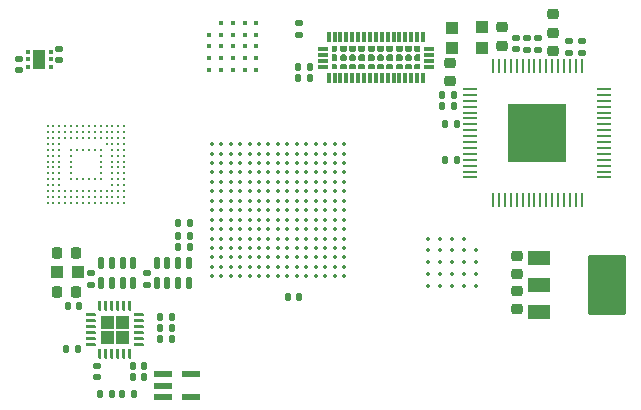
<source format=gtp>
%TF.GenerationSoftware,KiCad,Pcbnew,9.0.6-9.0.6~ubuntu24.04.1*%
%TF.CreationDate,2025-11-23T23:40:51+01:00*%
%TF.ProjectId,BB3plus CM5 STM32H7 module,42423370-6c75-4732-9043-4d352053544d,r1B1*%
%TF.SameCoordinates,Original*%
%TF.FileFunction,Paste,Top*%
%TF.FilePolarity,Positive*%
%FSLAX46Y46*%
G04 Gerber Fmt 4.6, Leading zero omitted, Abs format (unit mm)*
G04 Created by KiCad (PCBNEW 9.0.6-9.0.6~ubuntu24.04.1) date 2025-11-23 23:40:51*
%MOMM*%
%LPD*%
G01*
G04 APERTURE LIST*
G04 Aperture macros list*
%AMRoundRect*
0 Rectangle with rounded corners*
0 $1 Rounding radius*
0 $2 $3 $4 $5 $6 $7 $8 $9 X,Y pos of 4 corners*
0 Add a 4 corners polygon primitive as box body*
4,1,4,$2,$3,$4,$5,$6,$7,$8,$9,$2,$3,0*
0 Add four circle primitives for the rounded corners*
1,1,$1+$1,$2,$3*
1,1,$1+$1,$4,$5*
1,1,$1+$1,$6,$7*
1,1,$1+$1,$8,$9*
0 Add four rect primitives between the rounded corners*
20,1,$1+$1,$2,$3,$4,$5,0*
20,1,$1+$1,$4,$5,$6,$7,0*
20,1,$1+$1,$6,$7,$8,$9,0*
20,1,$1+$1,$8,$9,$2,$3,0*%
G04 Aperture macros list end*
%ADD10C,0.000000*%
%ADD11RoundRect,0.135000X0.135000X0.185000X-0.135000X0.185000X-0.135000X-0.185000X0.135000X-0.185000X0*%
%ADD12RoundRect,0.225000X-0.225000X-0.250000X0.225000X-0.250000X0.225000X0.250000X-0.225000X0.250000X0*%
%ADD13RoundRect,0.050800X0.499200X-0.449200X0.499200X0.449200X-0.499200X0.449200X-0.499200X-0.449200X0*%
%ADD14RoundRect,0.140000X-0.140000X-0.170000X0.140000X-0.170000X0.140000X0.170000X-0.140000X0.170000X0*%
%ADD15RoundRect,0.135000X-0.185000X0.135000X-0.185000X-0.135000X0.185000X-0.135000X0.185000X0.135000X0*%
%ADD16RoundRect,0.140000X0.170000X-0.140000X0.170000X0.140000X-0.170000X0.140000X-0.170000X-0.140000X0*%
%ADD17RoundRect,0.140000X0.140000X0.170000X-0.140000X0.170000X-0.140000X-0.170000X0.140000X-0.170000X0*%
%ADD18C,0.355600*%
%ADD19RoundRect,0.225000X0.250000X-0.225000X0.250000X0.225000X-0.250000X0.225000X-0.250000X-0.225000X0*%
%ADD20R,0.228600X1.143000*%
%ADD21R,1.143000X0.228600*%
%ADD22R,5.000000X5.000000*%
%ADD23RoundRect,0.225000X-0.250000X0.225000X-0.250000X-0.225000X0.250000X-0.225000X0.250000X0.225000X0*%
%ADD24C,0.370000*%
%ADD25R,0.300000X0.850000*%
%ADD26R,0.850000X0.300000*%
%ADD27RoundRect,0.135000X0.185000X-0.135000X0.185000X0.135000X-0.185000X0.135000X-0.185000X-0.135000X0*%
%ADD28C,0.228600*%
%ADD29RoundRect,0.225000X0.225000X0.250000X-0.225000X0.250000X-0.225000X-0.250000X0.225000X-0.250000X0*%
%ADD30RoundRect,0.050800X-0.901700X-0.520700X0.901700X-0.520700X0.901700X0.520700X-0.901700X0.520700X0*%
%ADD31RoundRect,0.050800X-1.536700X-2.489200X1.536700X-2.489200X1.536700X2.489200X-1.536700X2.489200X0*%
%ADD32RoundRect,0.140000X-0.170000X0.140000X-0.170000X-0.140000X0.170000X-0.140000X0.170000X0.140000X0*%
%ADD33RoundRect,0.135000X-0.135000X-0.185000X0.135000X-0.185000X0.135000X0.185000X-0.135000X0.185000X0*%
%ADD34R,0.449999X0.299999*%
%ADD35R,1.000000X1.599999*%
%ADD36RoundRect,0.050800X0.199200X0.449200X-0.199200X0.449200X-0.199200X-0.449200X0.199200X-0.449200X0*%
%ADD37RoundRect,0.050800X-0.685800X-0.228600X0.685800X-0.228600X0.685800X0.228600X-0.685800X0.228600X0*%
%ADD38RoundRect,0.050800X-0.449200X-0.499200X0.449200X-0.499200X0.449200X0.499200X-0.449200X0.499200X0*%
%ADD39RoundRect,0.050800X-0.076200X-0.381000X0.076200X-0.381000X0.076200X0.381000X-0.076200X0.381000X0*%
%ADD40RoundRect,0.050800X-0.381000X0.076200X-0.381000X-0.076200X0.381000X-0.076200X0.381000X0.076200X0*%
G04 APERTURE END LIST*
D10*
%TO.C,IC9*%
G36*
X124160400Y-81144879D02*
G01*
X124018979Y-81286300D01*
X123709930Y-81286300D01*
X123709930Y-80829930D01*
X124160400Y-80829930D01*
X124160400Y-81144879D01*
G37*
G36*
X124160400Y-82415121D02*
G01*
X124160400Y-82730070D01*
X123709930Y-82730070D01*
X123709930Y-82273700D01*
X124018979Y-82273700D01*
X124160400Y-82415121D01*
G37*
G36*
X131110070Y-81286300D02*
G01*
X130801021Y-81286300D01*
X130659600Y-81144879D01*
X130659600Y-80829930D01*
X131110070Y-80829930D01*
X131110070Y-81286300D01*
G37*
G36*
X131110070Y-82730070D02*
G01*
X130659600Y-82730070D01*
X130659600Y-82415121D01*
X130801021Y-82273700D01*
X131110070Y-82273700D01*
X131110070Y-82730070D01*
G37*
G36*
X124160400Y-81627721D02*
G01*
X124160400Y-81932279D01*
X124018979Y-82073700D01*
X123709930Y-82073700D01*
X123709930Y-81486300D01*
X124018979Y-81486300D01*
X124160400Y-81627721D01*
G37*
G36*
X124947800Y-81144879D02*
G01*
X124806379Y-81286300D01*
X124501821Y-81286300D01*
X124360400Y-81144879D01*
X124360400Y-80829930D01*
X124947800Y-80829930D01*
X124947800Y-81144879D01*
G37*
G36*
X124947800Y-82415121D02*
G01*
X124947800Y-82730070D01*
X124360400Y-82730070D01*
X124360400Y-82415121D01*
X124501821Y-82273700D01*
X124806379Y-82273700D01*
X124947800Y-82415121D01*
G37*
G36*
X125735200Y-81144879D02*
G01*
X125593779Y-81286300D01*
X125289221Y-81286300D01*
X125147800Y-81144879D01*
X125147800Y-80829930D01*
X125735200Y-80829930D01*
X125735200Y-81144879D01*
G37*
G36*
X125735200Y-82415121D02*
G01*
X125735200Y-82730070D01*
X125147800Y-82730070D01*
X125147800Y-82415121D01*
X125289221Y-82273700D01*
X125593779Y-82273700D01*
X125735200Y-82415121D01*
G37*
G36*
X126522600Y-81144879D02*
G01*
X126381179Y-81286300D01*
X126076621Y-81286300D01*
X125935200Y-81144879D01*
X125935200Y-80829930D01*
X126522600Y-80829930D01*
X126522600Y-81144879D01*
G37*
G36*
X126522600Y-82415121D02*
G01*
X126522600Y-82730070D01*
X125935200Y-82730070D01*
X125935200Y-82415121D01*
X126076621Y-82273700D01*
X126381179Y-82273700D01*
X126522600Y-82415121D01*
G37*
G36*
X127310000Y-81144879D02*
G01*
X127168579Y-81286300D01*
X126864021Y-81286300D01*
X126722600Y-81144879D01*
X126722600Y-80829930D01*
X127310000Y-80829930D01*
X127310000Y-81144879D01*
G37*
G36*
X127310000Y-82415121D02*
G01*
X127310000Y-82730070D01*
X126722600Y-82730070D01*
X126722600Y-82415121D01*
X126864021Y-82273700D01*
X127168579Y-82273700D01*
X127310000Y-82415121D01*
G37*
G36*
X128097400Y-81144879D02*
G01*
X127955979Y-81286300D01*
X127651421Y-81286300D01*
X127510000Y-81144879D01*
X127510000Y-80829930D01*
X128097400Y-80829930D01*
X128097400Y-81144879D01*
G37*
G36*
X128097400Y-82415121D02*
G01*
X128097400Y-82730070D01*
X127510000Y-82730070D01*
X127510000Y-82415121D01*
X127651421Y-82273700D01*
X127955979Y-82273700D01*
X128097400Y-82415121D01*
G37*
G36*
X128884800Y-81144879D02*
G01*
X128743379Y-81286300D01*
X128438821Y-81286300D01*
X128297400Y-81144879D01*
X128297400Y-80829930D01*
X128884800Y-80829930D01*
X128884800Y-81144879D01*
G37*
G36*
X128884800Y-82415121D02*
G01*
X128884800Y-82730070D01*
X128297400Y-82730070D01*
X128297400Y-82415121D01*
X128438821Y-82273700D01*
X128743379Y-82273700D01*
X128884800Y-82415121D01*
G37*
G36*
X129672200Y-81144879D02*
G01*
X129530779Y-81286300D01*
X129226221Y-81286300D01*
X129084800Y-81144879D01*
X129084800Y-80829930D01*
X129672200Y-80829930D01*
X129672200Y-81144879D01*
G37*
G36*
X129672200Y-82415121D02*
G01*
X129672200Y-82730070D01*
X129084800Y-82730070D01*
X129084800Y-82415121D01*
X129226221Y-82273700D01*
X129530779Y-82273700D01*
X129672200Y-82415121D01*
G37*
G36*
X130459600Y-81144879D02*
G01*
X130318179Y-81286300D01*
X130013621Y-81286300D01*
X129872200Y-81144879D01*
X129872200Y-80829930D01*
X130459600Y-80829930D01*
X130459600Y-81144879D01*
G37*
G36*
X130459600Y-82415121D02*
G01*
X130459600Y-82730070D01*
X129872200Y-82730070D01*
X129872200Y-82415121D01*
X130013621Y-82273700D01*
X130318179Y-82273700D01*
X130459600Y-82415121D01*
G37*
G36*
X131110070Y-82073700D02*
G01*
X130801021Y-82073700D01*
X130659600Y-81932279D01*
X130659600Y-81627721D01*
X130801021Y-81486300D01*
X131110070Y-81486300D01*
X131110070Y-82073700D01*
G37*
G36*
X124947800Y-81627721D02*
G01*
X124947800Y-81932279D01*
X124806379Y-82073700D01*
X124501821Y-82073700D01*
X124360400Y-81932279D01*
X124360400Y-81627721D01*
X124501821Y-81486300D01*
X124806379Y-81486300D01*
X124947800Y-81627721D01*
G37*
G36*
X125735200Y-81627721D02*
G01*
X125735200Y-81932279D01*
X125593779Y-82073700D01*
X125289221Y-82073700D01*
X125147800Y-81932279D01*
X125147800Y-81627721D01*
X125289221Y-81486300D01*
X125593779Y-81486300D01*
X125735200Y-81627721D01*
G37*
G36*
X126522600Y-81627721D02*
G01*
X126522600Y-81932279D01*
X126381179Y-82073700D01*
X126076621Y-82073700D01*
X125935200Y-81932279D01*
X125935200Y-81627721D01*
X126076621Y-81486300D01*
X126381179Y-81486300D01*
X126522600Y-81627721D01*
G37*
G36*
X127310000Y-81627721D02*
G01*
X127310000Y-81932279D01*
X127168579Y-82073700D01*
X126864021Y-82073700D01*
X126722600Y-81932279D01*
X126722600Y-81627721D01*
X126864021Y-81486300D01*
X127168579Y-81486300D01*
X127310000Y-81627721D01*
G37*
G36*
X128097400Y-81627721D02*
G01*
X128097400Y-81932279D01*
X127955979Y-82073700D01*
X127651421Y-82073700D01*
X127510000Y-81932279D01*
X127510000Y-81627721D01*
X127651421Y-81486300D01*
X127955979Y-81486300D01*
X128097400Y-81627721D01*
G37*
G36*
X128884800Y-81627721D02*
G01*
X128884800Y-81932279D01*
X128743379Y-82073700D01*
X128438821Y-82073700D01*
X128297400Y-81932279D01*
X128297400Y-81627721D01*
X128438821Y-81486300D01*
X128743379Y-81486300D01*
X128884800Y-81627721D01*
G37*
G36*
X129672200Y-81627721D02*
G01*
X129672200Y-81932279D01*
X129530779Y-82073700D01*
X129226221Y-82073700D01*
X129084800Y-81932279D01*
X129084800Y-81627721D01*
X129226221Y-81486300D01*
X129530779Y-81486300D01*
X129672200Y-81627721D01*
G37*
G36*
X130459600Y-81627721D02*
G01*
X130459600Y-81932279D01*
X130318179Y-82073700D01*
X130013621Y-82073700D01*
X129872200Y-81932279D01*
X129872200Y-81627721D01*
X130013621Y-81486300D01*
X130318179Y-81486300D01*
X130459600Y-81627721D01*
G37*
%TO.C,IC4*%
G36*
X99355559Y-81120940D02*
G01*
X99364752Y-81123729D01*
X99373223Y-81128258D01*
X99380647Y-81134352D01*
X99386740Y-81141776D01*
X99391269Y-81150247D01*
X99394058Y-81159439D01*
X99395001Y-81169000D01*
X99395001Y-81771000D01*
X99394058Y-81780561D01*
X99391269Y-81789753D01*
X99386740Y-81798224D01*
X99380647Y-81805648D01*
X99373223Y-81811742D01*
X99364752Y-81816270D01*
X99355559Y-81819059D01*
X99345999Y-81820002D01*
X98443999Y-81820002D01*
X98434439Y-81819059D01*
X98425246Y-81816270D01*
X98416775Y-81811742D01*
X98409351Y-81805648D01*
X98403258Y-81798224D01*
X98398729Y-81789753D01*
X98395940Y-81780561D01*
X98394997Y-81771000D01*
X98394997Y-81169000D01*
X98395940Y-81159439D01*
X98398729Y-81150247D01*
X98403258Y-81141776D01*
X98409351Y-81134352D01*
X98416775Y-81128258D01*
X98425246Y-81123729D01*
X98434439Y-81120940D01*
X98443999Y-81120001D01*
X99345999Y-81120001D01*
X99355559Y-81120940D01*
G37*
G36*
X99355559Y-82020939D02*
G01*
X99364752Y-82023728D01*
X99373223Y-82028256D01*
X99380647Y-82034350D01*
X99386740Y-82041774D01*
X99391269Y-82050245D01*
X99394058Y-82059437D01*
X99395001Y-82068998D01*
X99395001Y-82670998D01*
X99394058Y-82680559D01*
X99391269Y-82689751D01*
X99386740Y-82698222D01*
X99380647Y-82705646D01*
X99373223Y-82711740D01*
X99364752Y-82716269D01*
X99355559Y-82719058D01*
X99345999Y-82719997D01*
X98443999Y-82719997D01*
X98434439Y-82719058D01*
X98425246Y-82716269D01*
X98416775Y-82711740D01*
X98409351Y-82705646D01*
X98403258Y-82698222D01*
X98398729Y-82689751D01*
X98395940Y-82680559D01*
X98394997Y-82670998D01*
X98394997Y-82068998D01*
X98395940Y-82059437D01*
X98398729Y-82050245D01*
X98403258Y-82041774D01*
X98409351Y-82034350D01*
X98416775Y-82028256D01*
X98425246Y-82023728D01*
X98434439Y-82020939D01*
X98443999Y-82019996D01*
X99345999Y-82019996D01*
X99355559Y-82020939D01*
G37*
%TO.C,IC6*%
G36*
X105242700Y-104752700D02*
G01*
X104121900Y-104752700D01*
X104121900Y-103631900D01*
X105242700Y-103631900D01*
X105242700Y-104752700D01*
G37*
G36*
X105242700Y-106048100D02*
G01*
X104121900Y-106048100D01*
X104121900Y-104927300D01*
X105242700Y-104927300D01*
X105242700Y-106048100D01*
G37*
G36*
X106538100Y-104752700D02*
G01*
X105417300Y-104752700D01*
X105417300Y-103631900D01*
X106538100Y-103631900D01*
X106538100Y-104752700D01*
G37*
G36*
X106538100Y-106048100D02*
G01*
X105417300Y-106048100D01*
X105417300Y-104927300D01*
X106538100Y-104927300D01*
X106538100Y-106048100D01*
G37*
%TD*%
D11*
%TO.C,R2*%
X111700000Y-96890000D03*
X110680000Y-96890000D03*
%TD*%
D12*
%TO.C,C55*%
X100445000Y-98320000D03*
X101995000Y-98320000D03*
%TD*%
D13*
%TO.C,FB4*%
X133840000Y-80930000D03*
X133840000Y-79230000D03*
%TD*%
D11*
%TO.C,R19*%
X134000000Y-85850000D03*
X132980000Y-85850000D03*
%TD*%
D14*
%TO.C,C7*%
X119940000Y-102020000D03*
X120900000Y-102020000D03*
%TD*%
D15*
%TO.C,R4*%
X108010000Y-100000000D03*
X108010000Y-101020000D03*
%TD*%
D16*
%TO.C,C6*%
X100600000Y-82000000D03*
X100600000Y-81040000D03*
%TD*%
D17*
%TO.C,C63*%
X134265300Y-87416801D03*
X133305300Y-87416801D03*
%TD*%
D18*
%TO.C,IC7*%
X135849994Y-98095000D03*
X135849994Y-99095000D03*
X135849994Y-100095000D03*
X135849994Y-101095000D03*
X134849996Y-97095000D03*
X134849996Y-98095000D03*
X134849996Y-99095000D03*
X134849996Y-100095000D03*
X134849996Y-101095000D03*
X133849998Y-97095000D03*
X133849998Y-98095000D03*
X133849998Y-99095000D03*
X133849998Y-100095000D03*
X133849998Y-101095000D03*
X132850000Y-97095000D03*
X132850000Y-98095000D03*
X132850000Y-99095000D03*
X132850000Y-100095000D03*
X132850000Y-101095000D03*
X131850002Y-97095000D03*
X131850002Y-98095000D03*
X131850002Y-99095000D03*
X131850002Y-100095000D03*
X131850002Y-101095000D03*
%TD*%
D19*
%TO.C,C1*%
X139340000Y-100110000D03*
X139340000Y-98560000D03*
%TD*%
D20*
%TO.C,IC8*%
X144840000Y-82493100D03*
X144340001Y-82493100D03*
X143840000Y-82493100D03*
X143340001Y-82493100D03*
X142839999Y-82493100D03*
X142340000Y-82493100D03*
X141840001Y-82493100D03*
X141340000Y-82493100D03*
X140840000Y-82493100D03*
X140339999Y-82493100D03*
X139840000Y-82493100D03*
X139340001Y-82493100D03*
X138839999Y-82493100D03*
X138340000Y-82493100D03*
X137839999Y-82493100D03*
X137340000Y-82493100D03*
D21*
X135413100Y-84420000D03*
X135413100Y-84919999D03*
X135413100Y-85420000D03*
X135413100Y-85919999D03*
X135413100Y-86420001D03*
X135413100Y-86920000D03*
X135413100Y-87419999D03*
X135413100Y-87920000D03*
X135413100Y-88420000D03*
X135413100Y-88920001D03*
X135413100Y-89420000D03*
X135413100Y-89919999D03*
X135413100Y-90420001D03*
X135413100Y-90920000D03*
X135413100Y-91420001D03*
X135413100Y-91920000D03*
D20*
X137340000Y-93846900D03*
X137839999Y-93846900D03*
X138340000Y-93846900D03*
X138839999Y-93846900D03*
X139340001Y-93846900D03*
X139840000Y-93846900D03*
X140339999Y-93846900D03*
X140840000Y-93846900D03*
X141340000Y-93846900D03*
X141840001Y-93846900D03*
X142340000Y-93846900D03*
X142839999Y-93846900D03*
X143340001Y-93846900D03*
X143840000Y-93846900D03*
X144340001Y-93846900D03*
X144840000Y-93846900D03*
D21*
X146766900Y-91920000D03*
X146766900Y-91420001D03*
X146766900Y-90920000D03*
X146766900Y-90420001D03*
X146766900Y-89919999D03*
X146766900Y-89420000D03*
X146766900Y-88920001D03*
X146766900Y-88420000D03*
X146766900Y-87920000D03*
X146766900Y-87419999D03*
X146766900Y-86920000D03*
X146766900Y-86420001D03*
X146766900Y-85919999D03*
X146766900Y-85420000D03*
X146766900Y-84919999D03*
X146766900Y-84420000D03*
D22*
X141090000Y-88170000D03*
%TD*%
D16*
%TO.C,C61*%
X144845300Y-81346801D03*
X144845300Y-80386801D03*
%TD*%
D23*
%TO.C,C2*%
X139347076Y-101520000D03*
X139347076Y-103070000D03*
%TD*%
D13*
%TO.C,FB3*%
X136420000Y-80920000D03*
X136420000Y-79220000D03*
%TD*%
D24*
%TO.C,IC10*%
X114300000Y-78830000D03*
X115300000Y-78830000D03*
X116300000Y-78830000D03*
X117300000Y-78830000D03*
X113300000Y-79830000D03*
X114300000Y-79830000D03*
X115300000Y-79830000D03*
X116300000Y-79830000D03*
X117300000Y-79830000D03*
X113300000Y-80830000D03*
X114300000Y-80830000D03*
X115300000Y-80830000D03*
X116300000Y-80830000D03*
X117300000Y-80830000D03*
X113300000Y-81830000D03*
X114300000Y-81830000D03*
X115300000Y-81830000D03*
X116300000Y-81830000D03*
X117300000Y-81830000D03*
X113300000Y-82830000D03*
X114300000Y-82830000D03*
X115300000Y-82830000D03*
X116300000Y-82830000D03*
X117300000Y-82830000D03*
%TD*%
D25*
%TO.C,IC9*%
X123410000Y-83505000D03*
X123909999Y-83505000D03*
X124410001Y-83505000D03*
X124910000Y-83505000D03*
X125409999Y-83505000D03*
X125910000Y-83505000D03*
X126409999Y-83505000D03*
X126910001Y-83505000D03*
X127410000Y-83505000D03*
X127909999Y-83505000D03*
X128410001Y-83505000D03*
X128910000Y-83505000D03*
X129410001Y-83505000D03*
X129910000Y-83505000D03*
X130409999Y-83505000D03*
X130910001Y-83505000D03*
X131410000Y-83505000D03*
D26*
X131885000Y-82530189D03*
X131885000Y-82030063D03*
X131885000Y-81529937D03*
X131885000Y-81029811D03*
D25*
X131410000Y-80055000D03*
X130910001Y-80055000D03*
X130409999Y-80055000D03*
X129910000Y-80055000D03*
X129410001Y-80055000D03*
X128910000Y-80055000D03*
X128410001Y-80055000D03*
X127909999Y-80055000D03*
X127410000Y-80055000D03*
X126910001Y-80055000D03*
X126409999Y-80055000D03*
X125910000Y-80055000D03*
X125409999Y-80055000D03*
X124910000Y-80055000D03*
X124410001Y-80055000D03*
X123909999Y-80055000D03*
X123410000Y-80055000D03*
D26*
X122935000Y-81029811D03*
X122935000Y-81529937D03*
X122935000Y-82030063D03*
X122935000Y-82530189D03*
%TD*%
D15*
%TO.C,R8*%
X103320700Y-100000000D03*
X103320700Y-101020000D03*
%TD*%
D17*
%TO.C,C71*%
X121820000Y-82580000D03*
X120860000Y-82580000D03*
%TD*%
%TO.C,C51*%
X107810700Y-108830000D03*
X106850700Y-108830000D03*
%TD*%
D27*
%TO.C,R20*%
X141120000Y-81090000D03*
X141120000Y-80070000D03*
%TD*%
D28*
%TO.C,IC5*%
X106110819Y-87569181D03*
X105610693Y-87569181D03*
X105110567Y-87569181D03*
X104610441Y-87569181D03*
X104110315Y-87569181D03*
X103610189Y-87569181D03*
X103110063Y-87569181D03*
X102609937Y-87569181D03*
X102109811Y-87569181D03*
X101609685Y-87569181D03*
X101109559Y-87569181D03*
X100609433Y-87569181D03*
X100109307Y-87569181D03*
X99609181Y-87569181D03*
X106110819Y-88069307D03*
X104610441Y-88069307D03*
X104110315Y-88069307D03*
X103610189Y-88069307D03*
X103110063Y-88069307D03*
X102609937Y-88069307D03*
X102109811Y-88069307D03*
X101609685Y-88069307D03*
X101109559Y-88069307D03*
X100609433Y-88069307D03*
X99609181Y-88069307D03*
X105110567Y-88569433D03*
X104610441Y-88569433D03*
X104110315Y-88569433D03*
X103610189Y-88569433D03*
X102609937Y-88569433D03*
X102109811Y-88569433D03*
X101609685Y-88569433D03*
X101109559Y-88569433D03*
X100609433Y-88569433D03*
X100109307Y-88569433D03*
X104610441Y-89069559D03*
X105110567Y-89569685D03*
X100109307Y-90069811D03*
X105610693Y-90569937D03*
X105110567Y-90569937D03*
X100609433Y-90569937D03*
X100109307Y-90569937D03*
X106110819Y-91070063D03*
X105610693Y-91070063D03*
X105110567Y-91070063D03*
X100609433Y-91070063D03*
X100109307Y-91070063D03*
X99609181Y-91070063D03*
X106110819Y-91570189D03*
X105610693Y-91570189D03*
X105110567Y-91570189D03*
X100609433Y-91570189D03*
X100109307Y-91570189D03*
X99609181Y-91570189D03*
X106110819Y-92070315D03*
X105610693Y-92070315D03*
X105110567Y-92070315D03*
X100609433Y-92070315D03*
X100109307Y-92070315D03*
X106110819Y-92570441D03*
X105610693Y-92570441D03*
X105110567Y-92570441D03*
X100609433Y-92570441D03*
X100109307Y-92570441D03*
X99609181Y-92570441D03*
X106110819Y-93070567D03*
X105610693Y-93070567D03*
X105110567Y-93070567D03*
X104610441Y-93070567D03*
X104110315Y-93070567D03*
X103610189Y-93070567D03*
X103110063Y-93070567D03*
X102609937Y-93070567D03*
X102109811Y-93070567D03*
X101609685Y-93070567D03*
X101109559Y-93070567D03*
X100609433Y-93070567D03*
X100109307Y-93070567D03*
X99609181Y-93070567D03*
X106110819Y-93570693D03*
X105610693Y-93570693D03*
X105110567Y-93570693D03*
X104610441Y-93570693D03*
X104110315Y-93570693D03*
X103610189Y-93570693D03*
X103110063Y-93570693D03*
X102609937Y-93570693D03*
X102109811Y-93570693D03*
X101609685Y-93570693D03*
X101109559Y-93570693D03*
X100609433Y-93570693D03*
X100109307Y-93570693D03*
X99609181Y-93570693D03*
X106110819Y-94070819D03*
X105610693Y-94070819D03*
X105110567Y-94070819D03*
X104610441Y-94070819D03*
X104110315Y-94070819D03*
X103610189Y-94070819D03*
X103110063Y-94070819D03*
X102609937Y-94070819D03*
X102109811Y-94070819D03*
X101609685Y-94070819D03*
X101109559Y-94070819D03*
X100609433Y-94070819D03*
X100109307Y-94070819D03*
X99609181Y-94070819D03*
X106110819Y-88569433D03*
X106110819Y-89069559D03*
X106110819Y-89569685D03*
X106110819Y-90069811D03*
X106110819Y-90569937D03*
X105610693Y-88069307D03*
X105610693Y-88569433D03*
X105610693Y-89069559D03*
X105610693Y-89569685D03*
X105610693Y-90069811D03*
X105110567Y-88069307D03*
X105110567Y-89069559D03*
X105110567Y-90069811D03*
X104110315Y-89569685D03*
X104110315Y-90069811D03*
X104110315Y-90569937D03*
X104110315Y-91070063D03*
X104110315Y-91570189D03*
X104110315Y-92070315D03*
X103610189Y-89569685D03*
X103610189Y-92070315D03*
X103110063Y-88569433D03*
X103110063Y-89569685D03*
X103110063Y-92070315D03*
X102609937Y-89569685D03*
X102609937Y-92070315D03*
X102109811Y-89569685D03*
X102109811Y-92070315D03*
X101609685Y-89569685D03*
X101609685Y-90069811D03*
X101609685Y-90569937D03*
X101609685Y-91070063D03*
X101609685Y-91570189D03*
X101609685Y-92070315D03*
X100609433Y-89069559D03*
X100609433Y-89569685D03*
X100609433Y-90069811D03*
X100109307Y-88069307D03*
X100109307Y-89069559D03*
X100109307Y-89569685D03*
X99609181Y-88569433D03*
X99609181Y-89069559D03*
X99609181Y-89569685D03*
X99609181Y-90069811D03*
X99609181Y-90569937D03*
X99609181Y-92070315D03*
%TD*%
D29*
%TO.C,C54*%
X102002000Y-101610000D03*
X100452000Y-101610000D03*
%TD*%
D14*
%TO.C,C50*%
X106850700Y-107910000D03*
X107810700Y-107910000D03*
%TD*%
D30*
%TO.C,IC1*%
X141207076Y-98718600D03*
X141207076Y-101030000D03*
X141207076Y-103341400D03*
D31*
X146972876Y-101030000D03*
%TD*%
D32*
%TO.C,C52*%
X103840000Y-107870000D03*
X103840000Y-108830000D03*
%TD*%
D23*
%TO.C,C68*%
X133690000Y-82215000D03*
X133690000Y-83765000D03*
%TD*%
D33*
%TO.C,R7*%
X109120000Y-105580000D03*
X110140000Y-105580000D03*
%TD*%
D11*
%TO.C,R10*%
X106940000Y-110240000D03*
X105920000Y-110240000D03*
%TD*%
D17*
%TO.C,C62*%
X134000000Y-84926801D03*
X133040000Y-84926801D03*
%TD*%
%TO.C,C53*%
X102290000Y-102810000D03*
X101330000Y-102810000D03*
%TD*%
D34*
%TO.C,IC4*%
X99869998Y-82570000D03*
X99869998Y-81919999D03*
X99869998Y-81270000D03*
X97920000Y-81270000D03*
X97920000Y-81919999D03*
X97920000Y-82570000D03*
D35*
X98894999Y-81919999D03*
%TD*%
D36*
%TO.C,RN2*%
X111550000Y-99130000D03*
X110650000Y-99130000D03*
X109750000Y-99130000D03*
X108850000Y-99130000D03*
X108850000Y-100830000D03*
X109750000Y-100830000D03*
X110650000Y-100830000D03*
X111550000Y-100830000D03*
%TD*%
D17*
%TO.C,C70*%
X121820000Y-83500000D03*
X120860000Y-83500000D03*
%TD*%
D27*
%TO.C,R18*%
X143770000Y-81390000D03*
X143770000Y-80370000D03*
%TD*%
D11*
%TO.C,R1*%
X111700000Y-97840000D03*
X110680000Y-97840000D03*
%TD*%
D16*
%TO.C,C3*%
X97190000Y-82810000D03*
X97190000Y-81850000D03*
%TD*%
D37*
%TO.C,IC2*%
X109380000Y-108600000D03*
X109380000Y-109550000D03*
X109380000Y-110500000D03*
X111767600Y-110500000D03*
X111767600Y-108600000D03*
%TD*%
D15*
%TO.C,R22*%
X120910000Y-78820000D03*
X120910000Y-79840000D03*
%TD*%
D17*
%TO.C,C65*%
X134265300Y-90406801D03*
X133305300Y-90406801D03*
%TD*%
D11*
%TO.C,R9*%
X102160000Y-106440000D03*
X101140000Y-106440000D03*
%TD*%
D33*
%TO.C,R6*%
X109120000Y-104640000D03*
X110140000Y-104640000D03*
%TD*%
D38*
%TO.C,FB2*%
X100453000Y-99960000D03*
X102153000Y-99960000D03*
%TD*%
D19*
%TO.C,JP1*%
X142410000Y-79670000D03*
X142410000Y-78120000D03*
X142410000Y-81220000D03*
%TD*%
D39*
%TO.C,IC6*%
X104080000Y-106859300D03*
X104580000Y-106859300D03*
X105080000Y-106859300D03*
X105580000Y-106859300D03*
X106080000Y-106859300D03*
X106580000Y-106859300D03*
D40*
X107349300Y-106090000D03*
X107349300Y-105590000D03*
X107349300Y-105090000D03*
X107349300Y-104590000D03*
X107349300Y-104090000D03*
X107349300Y-103590000D03*
D39*
X106580000Y-102820700D03*
X106080000Y-102820700D03*
X105580000Y-102820700D03*
X105080000Y-102820700D03*
X104580000Y-102820700D03*
X104080000Y-102820700D03*
D40*
X103310700Y-103590000D03*
X103310700Y-104090000D03*
X103310700Y-104590000D03*
X103310700Y-105090000D03*
X103310700Y-105590000D03*
X103310700Y-106090000D03*
%TD*%
D15*
%TO.C,R17*%
X140184700Y-80070000D03*
X140184700Y-81090000D03*
%TD*%
D19*
%TO.C,C67*%
X138070000Y-80765000D03*
X138070000Y-79215000D03*
%TD*%
D11*
%TO.C,R11*%
X105080000Y-110240000D03*
X104060000Y-110240000D03*
%TD*%
%TO.C,R3*%
X111710000Y-95760000D03*
X110690000Y-95760000D03*
%TD*%
%TO.C,R5*%
X110140000Y-103700000D03*
X109120000Y-103700000D03*
%TD*%
D36*
%TO.C,RN1*%
X106860000Y-99130000D03*
X105960000Y-99130000D03*
X105060000Y-99130000D03*
X104160000Y-99130000D03*
X104160000Y-100830000D03*
X105060000Y-100830000D03*
X105960000Y-100830000D03*
X106860000Y-100830000D03*
%TD*%
D16*
%TO.C,C64*%
X139260000Y-81040000D03*
X139260000Y-80080000D03*
%TD*%
D18*
%TO.C,IC3*%
X113520003Y-100293012D03*
X113520003Y-99493012D03*
X113520003Y-98693013D03*
X113520003Y-97893013D03*
X113520003Y-97093013D03*
X113520003Y-96293013D03*
X113520003Y-95493013D03*
X113520003Y-94693013D03*
X113520003Y-93893013D03*
X113520003Y-93093013D03*
X113520003Y-92293013D03*
X113520003Y-91493013D03*
X113520003Y-90693013D03*
X113520003Y-89893014D03*
X113520003Y-89093014D03*
X114320003Y-100293012D03*
X114320003Y-99493012D03*
X114320003Y-98693013D03*
X114320003Y-97893013D03*
X114320003Y-97093013D03*
X114320003Y-96293013D03*
X114320003Y-95493013D03*
X114320003Y-94693013D03*
X114320003Y-93893013D03*
X114320003Y-93093013D03*
X114320003Y-92293013D03*
X114320003Y-91493013D03*
X114320003Y-90693013D03*
X114320003Y-89893014D03*
X114320003Y-89093014D03*
X115120002Y-100293012D03*
X115120002Y-99493012D03*
X115120002Y-98693013D03*
X115120002Y-97893013D03*
X115120002Y-97093013D03*
X115120002Y-96293013D03*
X115120002Y-95493013D03*
X115120002Y-94693013D03*
X115120002Y-93893013D03*
X115120002Y-93093013D03*
X115120002Y-92293013D03*
X115120002Y-91493013D03*
X115120002Y-90693013D03*
X115120002Y-89893014D03*
X115120002Y-89093014D03*
X115920002Y-100293012D03*
X115920002Y-99493012D03*
X115920002Y-98693013D03*
X115920002Y-97893013D03*
X115920002Y-97093013D03*
X115920002Y-96293013D03*
X115920002Y-95493013D03*
X115920002Y-94693013D03*
X115920002Y-93893013D03*
X115920002Y-93093013D03*
X115920002Y-92293013D03*
X115920002Y-91493013D03*
X115920002Y-90693013D03*
X115920002Y-89893014D03*
X115920002Y-89093014D03*
X116720002Y-100293012D03*
X116720002Y-99493012D03*
X116720002Y-98693013D03*
X116720002Y-97893013D03*
X116720002Y-97093013D03*
X116720002Y-96293013D03*
X116720002Y-95493013D03*
X116720002Y-94693013D03*
X116720002Y-93893013D03*
X116720002Y-93093013D03*
X116720002Y-92293013D03*
X116720002Y-91493013D03*
X116720002Y-90693013D03*
X116720002Y-89893014D03*
X116720002Y-89093014D03*
X117520002Y-100293012D03*
X117520002Y-99493012D03*
X117520002Y-98693013D03*
X117520002Y-97893013D03*
X117520002Y-97093013D03*
X117520002Y-96293013D03*
X117520002Y-95493013D03*
X117520002Y-94693013D03*
X117520002Y-93893013D03*
X117520002Y-93093013D03*
X117520002Y-92293013D03*
X117520002Y-91493013D03*
X117520002Y-90693013D03*
X117520002Y-89893014D03*
X117520002Y-89093014D03*
X118320002Y-100293012D03*
X118320002Y-99493012D03*
X118320002Y-98693013D03*
X118320002Y-97893013D03*
X118320002Y-97093013D03*
X118320002Y-96293013D03*
X118320002Y-95493013D03*
X118320002Y-94693013D03*
X118320002Y-93893013D03*
X118320002Y-93093013D03*
X118320002Y-92293013D03*
X118320002Y-91493013D03*
X118320002Y-90693013D03*
X118320002Y-89893014D03*
X118320002Y-89093014D03*
X119120002Y-100293012D03*
X119120002Y-99493012D03*
X119120002Y-98693013D03*
X119120002Y-97893013D03*
X119120002Y-97093013D03*
X119120002Y-96293013D03*
X119120002Y-95493013D03*
X119120002Y-94693013D03*
X119120002Y-93893013D03*
X119120002Y-93093013D03*
X119120002Y-92293013D03*
X119120002Y-91493013D03*
X119120002Y-90693013D03*
X119120002Y-89893014D03*
X119120002Y-89093014D03*
X119920002Y-100293012D03*
X119920002Y-99493012D03*
X119920002Y-98693013D03*
X119920002Y-97893013D03*
X119920002Y-97093013D03*
X119920002Y-96293013D03*
X119920002Y-95493013D03*
X119920002Y-94693013D03*
X119920002Y-93893013D03*
X119920002Y-93093013D03*
X119920002Y-92293013D03*
X119920002Y-91493013D03*
X119920002Y-90693013D03*
X119920002Y-89893014D03*
X119920002Y-89093014D03*
X120720002Y-100293012D03*
X120720002Y-99493012D03*
X120720002Y-98693013D03*
X120720002Y-97893013D03*
X120720002Y-97093013D03*
X120720002Y-96293013D03*
X120720002Y-95493013D03*
X120720002Y-94693013D03*
X120720002Y-93893013D03*
X120720002Y-93093013D03*
X120720002Y-92293013D03*
X120720002Y-91493013D03*
X120720002Y-90693013D03*
X120720002Y-89893014D03*
X120720002Y-89093014D03*
X121520002Y-100293012D03*
X121520002Y-99493012D03*
X121520002Y-98693013D03*
X121520002Y-97893013D03*
X121520002Y-97093013D03*
X121520002Y-96293013D03*
X121520002Y-95493013D03*
X121520002Y-94693013D03*
X121520002Y-93893013D03*
X121520002Y-93093013D03*
X121520002Y-92293013D03*
X121520002Y-91493013D03*
X121520002Y-90693013D03*
X121520002Y-89893014D03*
X121520002Y-89093014D03*
X122320002Y-100293012D03*
X122320002Y-99493012D03*
X122320002Y-98693013D03*
X122320002Y-97893013D03*
X122320002Y-97093013D03*
X122320002Y-96293013D03*
X122320002Y-95493013D03*
X122320002Y-94693013D03*
X122320002Y-93893013D03*
X122320002Y-93093013D03*
X122320002Y-92293013D03*
X122320002Y-91493013D03*
X122320002Y-90693013D03*
X122320002Y-89893014D03*
X122320002Y-89093014D03*
X123120002Y-100293012D03*
X123120002Y-99493012D03*
X123120002Y-98693013D03*
X123120002Y-97893013D03*
X123120002Y-97093013D03*
X123120002Y-96293013D03*
X123120002Y-95493013D03*
X123120002Y-94693013D03*
X123120002Y-93893013D03*
X123120002Y-93093013D03*
X123120002Y-92293013D03*
X123120002Y-91493013D03*
X123120002Y-90693013D03*
X123120002Y-89893014D03*
X123120002Y-89093014D03*
X123920001Y-100293012D03*
X123920001Y-99493012D03*
X123920001Y-98693013D03*
X123920001Y-97893013D03*
X123920001Y-97093013D03*
X123920001Y-96293013D03*
X123920001Y-95493013D03*
X123920001Y-94693013D03*
X123920001Y-93893013D03*
X123920001Y-93093013D03*
X123920001Y-92293013D03*
X123920001Y-91493013D03*
X123920001Y-90693013D03*
X123920001Y-89893014D03*
X123920001Y-89093014D03*
X124720001Y-100293012D03*
X124720001Y-99493012D03*
X124720001Y-98693013D03*
X124720001Y-97893013D03*
X124720001Y-97093013D03*
X124720001Y-96293013D03*
X124720001Y-95493013D03*
X124720001Y-94693013D03*
X124720001Y-93893013D03*
X124720001Y-93093013D03*
X124720001Y-92293013D03*
X124720001Y-91493013D03*
X124720001Y-90693013D03*
X124720001Y-89893014D03*
X124720001Y-89093014D03*
%TD*%
M02*

</source>
